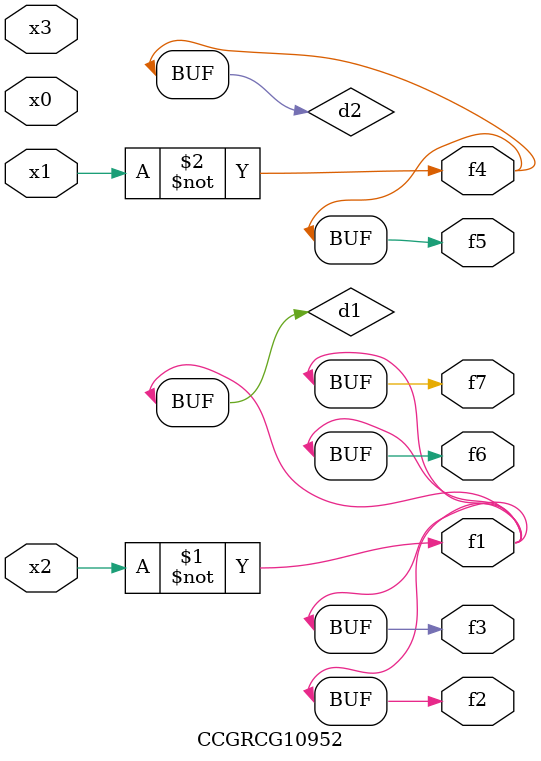
<source format=v>
module CCGRCG10952(
	input x0, x1, x2, x3,
	output f1, f2, f3, f4, f5, f6, f7
);

	wire d1, d2;

	xnor (d1, x2);
	not (d2, x1);
	assign f1 = d1;
	assign f2 = d1;
	assign f3 = d1;
	assign f4 = d2;
	assign f5 = d2;
	assign f6 = d1;
	assign f7 = d1;
endmodule

</source>
